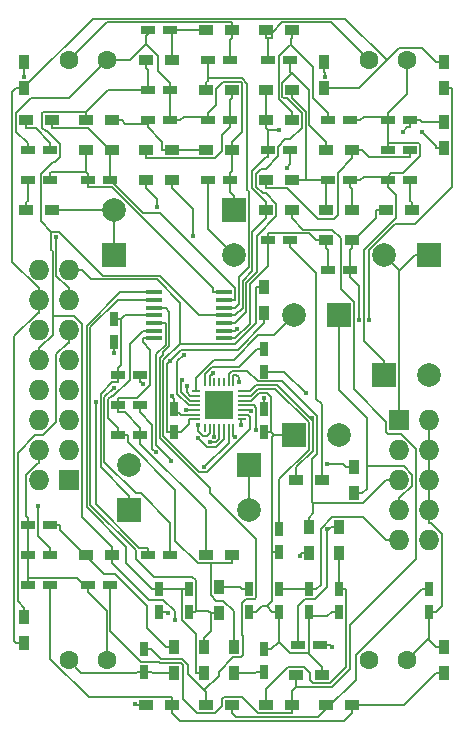
<source format=gbr>
G04 #@! TF.FileFunction,Copper,L1,Top,Signal*
%FSLAX46Y46*%
G04 Gerber Fmt 4.6, Leading zero omitted, Abs format (unit mm)*
G04 Created by KiCad (PCBNEW (after 2015-mar-04 BZR unknown)-product) date Mon 16 Nov 2015 02:47:24 AM EST*
%MOMM*%
G01*
G04 APERTURE LIST*
%ADD10C,0.100000*%
%ADD11R,1.200000X0.750000*%
%ADD12R,0.750000X1.200000*%
%ADD13C,1.998980*%
%ADD14R,1.998980X1.998980*%
%ADD15R,1.727200X1.727200*%
%ADD16O,1.727200X1.727200*%
%ADD17R,1.200000X0.900000*%
%ADD18R,0.900000X1.200000*%
%ADD19C,1.600200*%
%ADD20R,1.450000X0.450000*%
%ADD21R,0.800000X0.200000*%
%ADD22R,0.200000X0.800000*%
%ADD23R,1.200000X1.200000*%
%ADD24C,0.381000*%
%ADD25C,0.152400*%
G04 APERTURE END LIST*
D10*
D11*
X88580000Y-104140000D03*
X86680000Y-104140000D03*
X86680000Y-109220000D03*
X88580000Y-109220000D03*
X86680000Y-111760000D03*
X88580000Y-111760000D03*
X93660000Y-111760000D03*
X91760000Y-111760000D03*
X91760000Y-106680000D03*
X93660000Y-106680000D03*
X76520000Y-116840000D03*
X78420000Y-116840000D03*
X78420000Y-114300000D03*
X76520000Y-114300000D03*
X81600000Y-116840000D03*
X83500000Y-116840000D03*
X101920000Y-111760000D03*
X103820000Y-111760000D03*
X101920000Y-116840000D03*
X103820000Y-116840000D03*
X98740000Y-106680000D03*
X96840000Y-106680000D03*
X108900000Y-114300000D03*
X107000000Y-114300000D03*
X108900000Y-111760000D03*
X107000000Y-111760000D03*
X108900000Y-116840000D03*
X107000000Y-116840000D03*
X96840000Y-114300000D03*
X98740000Y-114300000D03*
X101920000Y-124460000D03*
X103820000Y-124460000D03*
X98740000Y-121920000D03*
X96840000Y-121920000D03*
X91760000Y-116840000D03*
X93660000Y-116840000D03*
X78420000Y-146050000D03*
X76520000Y-146050000D03*
X78420000Y-148590000D03*
X76520000Y-148590000D03*
X78420000Y-151130000D03*
X76520000Y-151130000D03*
X83500000Y-151130000D03*
X81600000Y-151130000D03*
D12*
X86360000Y-156530000D03*
X86360000Y-158430000D03*
D11*
X99380000Y-156210000D03*
X101280000Y-156210000D03*
D12*
X110490000Y-151450000D03*
X110490000Y-153350000D03*
X102870000Y-151450000D03*
X102870000Y-153350000D03*
X100330000Y-151450000D03*
X100330000Y-153350000D03*
X97790000Y-151450000D03*
X97790000Y-153350000D03*
X95250000Y-151450000D03*
X95250000Y-153350000D03*
X96520000Y-158430000D03*
X96520000Y-156530000D03*
X90170000Y-151450000D03*
X90170000Y-153350000D03*
D11*
X86040000Y-138430000D03*
X84140000Y-138430000D03*
D12*
X87630000Y-153350000D03*
X87630000Y-151450000D03*
D11*
X86040000Y-135890000D03*
X84140000Y-135890000D03*
D12*
X97790000Y-146370000D03*
X97790000Y-148270000D03*
X96520000Y-136210000D03*
X96520000Y-138110000D03*
X96520000Y-131130000D03*
X96520000Y-133030000D03*
D11*
X86040000Y-133350000D03*
X84140000Y-133350000D03*
X86680000Y-148590000D03*
X88580000Y-148590000D03*
D12*
X83820000Y-128590000D03*
X83820000Y-130490000D03*
X88900000Y-138110000D03*
X88900000Y-136210000D03*
D13*
X83820000Y-119380000D03*
D14*
X93980000Y-119380000D03*
D13*
X93980000Y-123190000D03*
D14*
X83820000Y-123190000D03*
D13*
X110490000Y-133350000D03*
D14*
X110490000Y-123190000D03*
D13*
X106680000Y-123190000D03*
D14*
X106680000Y-133350000D03*
D13*
X85090000Y-140970000D03*
D14*
X95250000Y-140970000D03*
D13*
X95250000Y-144780000D03*
D14*
X85090000Y-144780000D03*
D13*
X102870000Y-138430000D03*
D14*
X102870000Y-128270000D03*
D13*
X99060000Y-128270000D03*
D14*
X99060000Y-138430000D03*
D15*
X107950000Y-137160000D03*
D16*
X110490000Y-137160000D03*
X107950000Y-139700000D03*
X110490000Y-139700000D03*
X107950000Y-142240000D03*
X110490000Y-142240000D03*
X107950000Y-144780000D03*
X110490000Y-144780000D03*
X107950000Y-147320000D03*
X110490000Y-147320000D03*
D15*
X80010000Y-142240000D03*
D16*
X77470000Y-142240000D03*
X80010000Y-139700000D03*
X77470000Y-139700000D03*
X80010000Y-137160000D03*
X77470000Y-137160000D03*
X80010000Y-134620000D03*
X77470000Y-134620000D03*
X80010000Y-132080000D03*
X77470000Y-132080000D03*
X80010000Y-129540000D03*
X77470000Y-129540000D03*
X80010000Y-127000000D03*
X77470000Y-127000000D03*
X80010000Y-124460000D03*
X77470000Y-124460000D03*
D17*
X86530000Y-106680000D03*
X88730000Y-106680000D03*
X91610000Y-104140000D03*
X93810000Y-104140000D03*
X86530000Y-114300000D03*
X88730000Y-114300000D03*
X91610000Y-109220000D03*
X93810000Y-109220000D03*
X81450000Y-111760000D03*
X83650000Y-111760000D03*
X91610000Y-114300000D03*
X93810000Y-114300000D03*
X78570000Y-111760000D03*
X76370000Y-111760000D03*
X81450000Y-114300000D03*
X83650000Y-114300000D03*
X78570000Y-119380000D03*
X76370000Y-119380000D03*
X96690000Y-111760000D03*
X98890000Y-111760000D03*
X98890000Y-104140000D03*
X96690000Y-104140000D03*
X96690000Y-109220000D03*
X98890000Y-109220000D03*
X101770000Y-119380000D03*
X103970000Y-119380000D03*
X96690000Y-116840000D03*
X98890000Y-116840000D03*
X101770000Y-114300000D03*
X103970000Y-114300000D03*
X106850000Y-119380000D03*
X109050000Y-119380000D03*
X101770000Y-121920000D03*
X103970000Y-121920000D03*
X99230000Y-142240000D03*
X101430000Y-142240000D03*
X83650000Y-148590000D03*
X81450000Y-148590000D03*
D18*
X88900000Y-156380000D03*
X88900000Y-158580000D03*
D17*
X86530000Y-161290000D03*
X88730000Y-161290000D03*
D18*
X111760000Y-158580000D03*
X111760000Y-156380000D03*
X111760000Y-111930000D03*
X111760000Y-114130000D03*
D17*
X86530000Y-116840000D03*
X88730000Y-116840000D03*
X96690000Y-119380000D03*
X98890000Y-119380000D03*
X99230000Y-158750000D03*
X101430000Y-158750000D03*
X101770000Y-161290000D03*
X103970000Y-161290000D03*
X96690000Y-161290000D03*
X98890000Y-161290000D03*
X91610000Y-161290000D03*
X93810000Y-161290000D03*
D18*
X102870000Y-146220000D03*
X102870000Y-148420000D03*
X92710000Y-153500000D03*
X92710000Y-151300000D03*
X93980000Y-156380000D03*
X93980000Y-158580000D03*
X91440000Y-158580000D03*
X91440000Y-156380000D03*
D17*
X91610000Y-148590000D03*
X93810000Y-148590000D03*
D18*
X100330000Y-146220000D03*
X100330000Y-148420000D03*
X104140000Y-143340000D03*
X104140000Y-141140000D03*
X76200000Y-156040000D03*
X76200000Y-153840000D03*
X101600000Y-109050000D03*
X101600000Y-106850000D03*
X76200000Y-109050000D03*
X76200000Y-106850000D03*
X111760000Y-106850000D03*
X111760000Y-109050000D03*
X96520000Y-128100000D03*
X96520000Y-125900000D03*
D19*
X105410000Y-106680000D03*
X108585000Y-106680000D03*
X80010000Y-106680000D03*
X83185000Y-106680000D03*
D20*
X93120000Y-130220000D03*
X93120000Y-129570000D03*
X93120000Y-128920000D03*
X93120000Y-128270000D03*
X93120000Y-127620000D03*
X93120000Y-126970000D03*
X93120000Y-126320000D03*
X87220000Y-126320000D03*
X87220000Y-126970000D03*
X87220000Y-127620000D03*
X87220000Y-128270000D03*
X87220000Y-128920000D03*
X87220000Y-129570000D03*
X87220000Y-130220000D03*
D19*
X80010000Y-157480000D03*
X83185000Y-157480000D03*
X105410000Y-157480000D03*
X108585000Y-157480000D03*
D21*
X90760000Y-134690000D03*
X90760000Y-135090000D03*
X90760000Y-135490000D03*
X90760000Y-135890000D03*
X90760000Y-136290000D03*
X90760000Y-136690000D03*
X90760000Y-137090000D03*
D22*
X91510000Y-137840000D03*
X91910000Y-137840000D03*
X92310000Y-137840000D03*
X92710000Y-137840000D03*
X93110000Y-137840000D03*
X93510000Y-137840000D03*
X93910000Y-137840000D03*
D21*
X94660000Y-137090000D03*
X94660000Y-136690000D03*
X94660000Y-136290000D03*
X94660000Y-135890000D03*
X94660000Y-135490000D03*
X94660000Y-135090000D03*
X94660000Y-134690000D03*
D22*
X93910000Y-133940000D03*
X93510000Y-133940000D03*
X93110000Y-133940000D03*
X92710000Y-133940000D03*
X92310000Y-133940000D03*
X91910000Y-133940000D03*
X91510000Y-133940000D03*
D23*
X93310000Y-136490000D03*
X93310000Y-135290000D03*
X92110000Y-136490000D03*
X92110000Y-135290000D03*
D24*
X98415400Y-115803200D03*
X100029500Y-134859700D03*
X97774500Y-112554600D03*
X108274200Y-112728800D03*
X88940200Y-154068600D03*
X85573300Y-161162200D03*
X94195400Y-129437900D03*
X104530100Y-128692000D03*
X95789200Y-137991200D03*
X87427700Y-119133200D03*
X109865600Y-112738900D03*
X77349000Y-144457700D03*
X88675800Y-140621300D03*
X101881900Y-146406200D03*
X102234900Y-156336000D03*
X90522700Y-121584500D03*
X99525700Y-148665300D03*
X88352300Y-153468400D03*
X101847400Y-140834300D03*
X87323300Y-139815700D03*
X94359600Y-133940000D03*
X96520000Y-135252800D03*
X89947900Y-134293500D03*
X86302900Y-134096100D03*
X82260900Y-135611000D03*
X89922200Y-136302300D03*
X83816100Y-134401800D03*
X88725300Y-135138600D03*
X89574500Y-133714200D03*
X83820000Y-131461800D03*
X88539600Y-132127700D03*
X92192900Y-133191000D03*
X100599400Y-137007000D03*
X91456200Y-141130400D03*
X91935000Y-139010000D03*
X90890100Y-138670300D03*
X92269100Y-138589100D03*
X90891900Y-137538700D03*
X94011800Y-138597200D03*
X94574100Y-137542600D03*
X78917500Y-121647200D03*
X76202000Y-108086000D03*
X101645600Y-108085100D03*
X89705700Y-131628300D03*
X95413600Y-136385300D03*
X105391000Y-128654600D03*
D25*
X88730000Y-106680000D02*
X88730000Y-106001100D01*
X88730000Y-104140000D02*
X88730000Y-106001100D01*
X91610000Y-104140000D02*
X88730000Y-104140000D01*
X88730000Y-104140000D02*
X88580000Y-104140000D01*
X111760000Y-156380000D02*
X111081100Y-156380000D01*
X110490000Y-142240000D02*
X110490000Y-139700000D01*
X110490000Y-139700000D02*
X110490000Y-137160000D01*
X111081100Y-156380000D02*
X110383100Y-155681900D01*
X108585000Y-157480000D02*
X110383100Y-155681900D01*
X110490000Y-155575000D02*
X110383100Y-155681900D01*
X110490000Y-153350000D02*
X110490000Y-155575000D01*
X86680000Y-104140000D02*
X86680000Y-104441900D01*
X88580000Y-109220000D02*
X88580000Y-109823900D01*
X88580000Y-111760000D02*
X88580000Y-109823900D01*
X88580000Y-109220000D02*
X88580000Y-108616100D01*
X86524500Y-104597400D02*
X86524500Y-105297800D01*
X86680000Y-104441900D02*
X86524500Y-104597400D01*
X87509000Y-107545100D02*
X88580000Y-108616100D01*
X87509000Y-106282300D02*
X87509000Y-107545100D01*
X86524500Y-105297800D02*
X87509000Y-106282300D01*
X98740000Y-115478600D02*
X98740000Y-114300000D01*
X98415400Y-115803200D02*
X98740000Y-115478600D01*
X93980000Y-119380000D02*
X93980000Y-118151600D01*
X107000000Y-116840000D02*
X107000000Y-116538000D01*
X103820000Y-116840000D02*
X104648900Y-116840000D01*
X103970000Y-117593900D02*
X103820000Y-117443900D01*
X103970000Y-119380000D02*
X103970000Y-117593900D01*
X103820000Y-116840000D02*
X103820000Y-117443900D01*
X85090000Y-144780000D02*
X85090000Y-143551600D01*
X84140000Y-133350000D02*
X84140000Y-133953900D01*
X84140000Y-133350000D02*
X84140000Y-132746100D01*
X84743900Y-128270000D02*
X84423900Y-128590000D01*
X87220000Y-128270000D02*
X84743900Y-128270000D01*
X83820000Y-128590000D02*
X84423900Y-128590000D01*
X84423900Y-132462200D02*
X84140000Y-132746100D01*
X84423900Y-128590000D02*
X84423900Y-132462200D01*
X94660000Y-135490000D02*
X95288900Y-135490000D01*
X108585000Y-109571100D02*
X107000000Y-111156100D01*
X108585000Y-106680000D02*
X108585000Y-109571100D01*
X107000000Y-111760000D02*
X107000000Y-111458000D01*
X107000000Y-111458000D02*
X107000000Y-111156100D01*
X104950900Y-111458000D02*
X104648900Y-111760000D01*
X107000000Y-111458000D02*
X104950900Y-111458000D01*
X103820000Y-111760000D02*
X104648900Y-111760000D01*
X93810000Y-114300000D02*
X93810000Y-113621100D01*
X94639000Y-112792100D02*
X93810000Y-113621100D01*
X94639000Y-108614200D02*
X94639000Y-112792100D01*
X94565800Y-108541000D02*
X94639000Y-108614200D01*
X93050800Y-108541000D02*
X94565800Y-108541000D01*
X92439000Y-109152800D02*
X93050800Y-108541000D01*
X92439000Y-110477100D02*
X92439000Y-109152800D01*
X91760000Y-111156100D02*
X92439000Y-110477100D01*
X100330000Y-153350000D02*
X100330000Y-153764400D01*
X101851700Y-153764400D02*
X102266100Y-153350000D01*
X100330000Y-153764400D02*
X101851700Y-153764400D01*
X102870000Y-153350000D02*
X102266100Y-153350000D01*
X104950900Y-116538000D02*
X107000000Y-116538000D01*
X104648900Y-116840000D02*
X104950900Y-116538000D01*
X109605200Y-113696100D02*
X107000000Y-113696100D01*
X109754400Y-113845300D02*
X109605200Y-113696100D01*
X109754400Y-114775200D02*
X109754400Y-113845300D01*
X108293600Y-116236000D02*
X109754400Y-114775200D01*
X107302000Y-116236000D02*
X108293600Y-116236000D01*
X107000000Y-116538000D02*
X107302000Y-116236000D01*
X107000000Y-114300000D02*
X107000000Y-113696100D01*
X107000000Y-111760000D02*
X107000000Y-113696100D01*
X83185000Y-153318900D02*
X81600000Y-151733900D01*
X83185000Y-157480000D02*
X83185000Y-153318900D01*
X76520000Y-114300000D02*
X76520000Y-113696100D01*
X85142300Y-106680000D02*
X86524500Y-105297800D01*
X83185000Y-106680000D02*
X85142300Y-106680000D01*
X75541000Y-112717100D02*
X76520000Y-113696100D01*
X75541000Y-111157800D02*
X75541000Y-112717100D01*
X76819800Y-109879000D02*
X75541000Y-111157800D01*
X79986000Y-109879000D02*
X76819800Y-109879000D01*
X83185000Y-106680000D02*
X79986000Y-109879000D01*
X91760000Y-111760000D02*
X91760000Y-111458000D01*
X91760000Y-111458000D02*
X91760000Y-111156100D01*
X89710900Y-111458000D02*
X89408900Y-111760000D01*
X91760000Y-111458000D02*
X89710900Y-111458000D01*
X88580000Y-111760000D02*
X89408900Y-111760000D01*
X93660000Y-117831600D02*
X93980000Y-118151600D01*
X93660000Y-116840000D02*
X93660000Y-117831600D01*
X93810000Y-116086100D02*
X93810000Y-114300000D01*
X93660000Y-116236100D02*
X93810000Y-116086100D01*
X93660000Y-116840000D02*
X93660000Y-116236100D01*
X110490000Y-153350000D02*
X111093900Y-153350000D01*
X110490000Y-142240000D02*
X110490000Y-144780000D01*
X111583500Y-152860400D02*
X111093900Y-153350000D01*
X111583500Y-146829400D02*
X111583500Y-152860400D01*
X110626600Y-145872500D02*
X111583500Y-146829400D01*
X110490000Y-145872500D02*
X110626600Y-145872500D01*
X110490000Y-144780000D02*
X110490000Y-145872500D01*
X81600000Y-151130000D02*
X81600000Y-151431900D01*
X81600000Y-151431900D02*
X81600000Y-151733900D01*
X76520000Y-148590000D02*
X76520000Y-148891900D01*
X80693100Y-150525000D02*
X76520000Y-150525000D01*
X81600000Y-151431900D02*
X80693100Y-150525000D01*
X76520000Y-148891900D02*
X76520000Y-150525000D01*
X76520000Y-150525000D02*
X76520000Y-151130000D01*
X77470000Y-139700000D02*
X77470000Y-140792500D01*
X76520000Y-148590000D02*
X76520000Y-146050000D01*
X77356800Y-140792500D02*
X77470000Y-140792500D01*
X76377400Y-141771900D02*
X77356800Y-140792500D01*
X76377400Y-145303500D02*
X76377400Y-141771900D01*
X76520000Y-145446100D02*
X76377400Y-145303500D01*
X76520000Y-146050000D02*
X76520000Y-145446100D01*
X96520000Y-138110000D02*
X97123900Y-138110000D01*
X99060000Y-138430000D02*
X97831600Y-138430000D01*
X97123900Y-135184200D02*
X97123900Y-138110000D01*
X96771000Y-134831300D02*
X97123900Y-135184200D01*
X96072800Y-134831300D02*
X96771000Y-134831300D01*
X95414100Y-135490000D02*
X96072800Y-134831300D01*
X95288900Y-135490000D02*
X95414100Y-135490000D01*
X97790000Y-148270000D02*
X97186100Y-148270000D01*
X97123900Y-138110000D02*
X97380700Y-138366700D01*
X97768300Y-138366700D02*
X97380700Y-138366700D01*
X97831600Y-138430000D02*
X97768300Y-138366700D01*
X96520000Y-156530000D02*
X97123900Y-156530000D01*
X98199800Y-133030000D02*
X96520000Y-133030000D01*
X100029500Y-134859700D02*
X98199800Y-133030000D01*
X106680000Y-133350000D02*
X106680000Y-132121600D01*
X107000000Y-116840000D02*
X107000000Y-117443900D01*
X82690100Y-141151700D02*
X85090000Y-143551600D01*
X82690100Y-134899100D02*
X82690100Y-141151700D01*
X83635300Y-133953900D02*
X82690100Y-134899100D01*
X84140000Y-133953900D02*
X83635300Y-133953900D01*
X104971600Y-130413200D02*
X106680000Y-132121600D01*
X104971600Y-122727800D02*
X104971600Y-130413200D01*
X107679000Y-120020400D02*
X104971600Y-122727800D01*
X107679000Y-118122900D02*
X107679000Y-120020400D01*
X107000000Y-117443900D02*
X107679000Y-118122900D01*
X97186100Y-138561300D02*
X97186100Y-148270000D01*
X97380700Y-138366700D02*
X97186100Y-138561300D01*
X95250000Y-153350000D02*
X95853900Y-153350000D01*
X97790000Y-153350000D02*
X97186100Y-153350000D01*
X97186100Y-152431400D02*
X96726800Y-152890700D01*
X97186100Y-148270000D02*
X97186100Y-152431400D01*
X96313200Y-152890700D02*
X96726800Y-152890700D01*
X95853900Y-153350000D02*
X96313200Y-152890700D01*
X96726800Y-152890700D02*
X97186100Y-153350000D01*
X101430000Y-158750000D02*
X101430000Y-158071100D01*
X97123900Y-156530000D02*
X97748400Y-155905500D01*
X97790000Y-155863900D02*
X97790000Y-153350000D01*
X97748400Y-155905500D02*
X97790000Y-155863900D01*
X98676300Y-156833500D02*
X100330000Y-156833500D01*
X97748400Y-155905500D02*
X98676300Y-156833500D01*
X100330000Y-156971100D02*
X100330000Y-156833500D01*
X101430000Y-158071100D02*
X100330000Y-156971100D01*
X100330000Y-156833500D02*
X100330000Y-153764400D01*
X96690000Y-111760000D02*
X96690000Y-112438900D01*
X107950000Y-147320000D02*
X106857500Y-147320000D01*
X108900000Y-111760000D02*
X109728900Y-111760000D01*
X96690000Y-111760000D02*
X96690000Y-109220000D01*
X81450000Y-111760000D02*
X81450000Y-111081100D01*
X83311100Y-109220000D02*
X81450000Y-111081100D01*
X86680000Y-109220000D02*
X83311100Y-109220000D01*
X86680000Y-109220000D02*
X86680000Y-108616100D01*
X86680000Y-107508900D02*
X86530000Y-107358900D01*
X86680000Y-108616100D02*
X86680000Y-107508900D01*
X86530000Y-106680000D02*
X86530000Y-107358900D01*
X96840000Y-114300000D02*
X96840000Y-114903900D01*
X96690000Y-119380000D02*
X96690000Y-120058900D01*
X96690000Y-119380000D02*
X96690000Y-118701100D01*
X109898900Y-111930000D02*
X109728900Y-111760000D01*
X111760000Y-111930000D02*
X109898900Y-111930000D01*
X101294800Y-151089100D02*
X100933900Y-151450000D01*
X101294800Y-146334600D02*
X101294800Y-151089100D01*
X102247100Y-145382300D02*
X101294800Y-146334600D01*
X104919800Y-145382300D02*
X102247100Y-145382300D01*
X106857500Y-147320000D02*
X104919800Y-145382300D01*
X108639100Y-112363900D02*
X108900000Y-112363900D01*
X108274200Y-112728800D02*
X108639100Y-112363900D01*
X108900000Y-111760000D02*
X108900000Y-112363900D01*
X96805700Y-112554600D02*
X96840000Y-112554600D01*
X96690000Y-112438900D02*
X96805700Y-112554600D01*
X96840000Y-112554600D02*
X96840000Y-114300000D01*
X96840000Y-112554600D02*
X97774500Y-112554600D01*
X93120000Y-128270000D02*
X94073900Y-128270000D01*
X95512800Y-117523900D02*
X96690000Y-118701100D01*
X95512800Y-116091800D02*
X95512800Y-117523900D01*
X96700700Y-114903900D02*
X95512800Y-116091800D01*
X96840000Y-114903900D02*
X96700700Y-114903900D01*
X94696800Y-127647100D02*
X94073900Y-128270000D01*
X94696800Y-125374500D02*
X94696800Y-127647100D01*
X95514200Y-124557100D02*
X94696800Y-125374500D01*
X95514200Y-121234700D02*
X95514200Y-124557100D01*
X96690000Y-120058900D02*
X95514200Y-121234700D01*
X100474800Y-151450000D02*
X100933900Y-151450000D01*
X100474800Y-151450000D02*
X100330000Y-151450000D01*
X100330000Y-151450000D02*
X97790000Y-151450000D01*
X88940100Y-154068600D02*
X88940200Y-154068600D01*
X88940100Y-153347800D02*
X88940100Y-154068600D01*
X87992300Y-152400000D02*
X88940100Y-153347800D01*
X86781100Y-152400000D02*
X87992300Y-152400000D01*
X83650000Y-149268900D02*
X86781100Y-152400000D01*
X79149200Y-121211700D02*
X78498200Y-121211700D01*
X82850200Y-124912700D02*
X79149200Y-121211700D01*
X87669500Y-124912700D02*
X82850200Y-124912700D01*
X91026800Y-128270000D02*
X87669500Y-124912700D01*
X93120000Y-128270000D02*
X91026800Y-128270000D01*
X77819600Y-111081100D02*
X81450000Y-111081100D01*
X77741000Y-111159700D02*
X77819600Y-111081100D01*
X77741000Y-112377800D02*
X77741000Y-111159700D01*
X78014900Y-112651700D02*
X77741000Y-112377800D01*
X78122400Y-112651700D02*
X78014900Y-112651700D01*
X79272900Y-113802200D02*
X78122400Y-112651700D01*
X79272900Y-114828500D02*
X79272900Y-113802200D01*
X78803000Y-115298400D02*
X79272900Y-114828500D01*
X78603200Y-115298400D02*
X78803000Y-115298400D01*
X77591000Y-116310600D02*
X78603200Y-115298400D01*
X77591000Y-120304500D02*
X77591000Y-116310600D01*
X78498200Y-121211700D02*
X77591000Y-120304500D01*
X77470000Y-132080000D02*
X77470000Y-130987500D01*
X83650000Y-148590000D02*
X83650000Y-149268900D01*
X83650000Y-148590000D02*
X83650000Y-147911100D01*
X81102600Y-145363700D02*
X83650000Y-147911100D01*
X81102600Y-129048200D02*
X81102600Y-145363700D01*
X80421700Y-128367300D02*
X81102600Y-129048200D01*
X78612300Y-128367300D02*
X80421700Y-128367300D01*
X78612300Y-122843500D02*
X78612300Y-128367300D01*
X78470100Y-122701300D02*
X78612300Y-122843500D01*
X78470100Y-121239800D02*
X78470100Y-122701300D01*
X78498200Y-121211700D02*
X78470100Y-121239800D01*
X77583200Y-130987500D02*
X77470000Y-130987500D01*
X78612300Y-129958400D02*
X77583200Y-130987500D01*
X78612300Y-128367300D02*
X78612300Y-129958400D01*
X86530000Y-161290000D02*
X85701100Y-161290000D01*
X85573300Y-161162200D02*
X85701100Y-161290000D01*
X88730000Y-114300000D02*
X87901100Y-114300000D01*
X87901100Y-113585000D02*
X87901100Y-114300000D01*
X86680000Y-112363900D02*
X87901100Y-113585000D01*
X86680000Y-111760000D02*
X86680000Y-112061900D01*
X86680000Y-112061900D02*
X86680000Y-112363900D01*
X84780800Y-112061900D02*
X84478900Y-111760000D01*
X86680000Y-112061900D02*
X84780800Y-112061900D01*
X83650000Y-111760000D02*
X84478900Y-111760000D01*
X91610000Y-114300000D02*
X88730000Y-114300000D01*
X93810000Y-109220000D02*
X93810000Y-109898900D01*
X86530000Y-114300000D02*
X86530000Y-114978900D01*
X93660000Y-110048900D02*
X93660000Y-111760000D01*
X93810000Y-109898900D02*
X93660000Y-110048900D01*
X92327400Y-114978900D02*
X86530000Y-114978900D01*
X92981000Y-114325300D02*
X92327400Y-114978900D01*
X92981000Y-113042900D02*
X92981000Y-114325300D01*
X93660000Y-112363900D02*
X92981000Y-113042900D01*
X93660000Y-111760000D02*
X93660000Y-112363900D01*
X91610000Y-109220000D02*
X91610000Y-108541100D01*
X93120000Y-127620000D02*
X94073900Y-127620000D01*
X91760000Y-108391100D02*
X91760000Y-108212000D01*
X91610000Y-108541100D02*
X91760000Y-108391100D01*
X91760000Y-108212000D02*
X91760000Y-106680000D01*
X94391700Y-127302200D02*
X94073900Y-127620000D01*
X94391700Y-125034500D02*
X94391700Y-127302200D01*
X95209000Y-124217200D02*
X94391700Y-125034500D01*
X95209000Y-117773000D02*
X95209000Y-124217200D01*
X95110200Y-117674200D02*
X95209000Y-117773000D01*
X95110200Y-108653700D02*
X95110200Y-117674200D01*
X94668500Y-108212000D02*
X95110200Y-108653700D01*
X91760000Y-108212000D02*
X94668500Y-108212000D01*
X93660000Y-104968900D02*
X93660000Y-106680000D01*
X93810000Y-104818900D02*
X93660000Y-104968900D01*
X93810000Y-104140000D02*
X93810000Y-104818900D01*
X83228900Y-103461100D02*
X93810000Y-103461100D01*
X80010000Y-106680000D02*
X83228900Y-103461100D01*
X93810000Y-104140000D02*
X93810000Y-103461100D01*
X76520000Y-118551100D02*
X76520000Y-116840000D01*
X76370000Y-118701100D02*
X76520000Y-118551100D01*
X76370000Y-119380000D02*
X76370000Y-118701100D01*
X81450000Y-114300000D02*
X81450000Y-114978900D01*
X78420000Y-116840000D02*
X78420000Y-116236100D01*
X81450000Y-116145400D02*
X81450000Y-114978900D01*
X81540700Y-116236100D02*
X81450000Y-116145400D01*
X81600000Y-116236100D02*
X81540700Y-116236100D01*
X78510700Y-116145400D02*
X78420000Y-116236100D01*
X81450000Y-116145400D02*
X78510700Y-116145400D01*
X81600000Y-116840000D02*
X81600000Y-116236100D01*
X93120000Y-126320000D02*
X92166100Y-126320000D01*
X81600000Y-116840000D02*
X81600000Y-117443900D01*
X83630400Y-117443900D02*
X81600000Y-117443900D01*
X92166100Y-125979600D02*
X83630400Y-117443900D01*
X92166100Y-126320000D02*
X92166100Y-125979600D01*
X77162800Y-112438900D02*
X78420000Y-113696100D01*
X76370000Y-112438900D02*
X77162800Y-112438900D01*
X76370000Y-111760000D02*
X76370000Y-112438900D01*
X78420000Y-114300000D02*
X78420000Y-113696100D01*
X78570000Y-111760000D02*
X78570000Y-112438900D01*
X83500000Y-116840000D02*
X83500000Y-116236100D01*
X83500000Y-114300000D02*
X83500000Y-116236100D01*
X83650000Y-114300000D02*
X83500000Y-114300000D01*
X81638900Y-112438900D02*
X78570000Y-112438900D01*
X83500000Y-114300000D02*
X81638900Y-112438900D01*
X86248300Y-119588300D02*
X83500000Y-116840000D01*
X87706900Y-119588300D02*
X86248300Y-119588300D01*
X94073900Y-125955300D02*
X87706900Y-119588300D01*
X94073900Y-126970000D02*
X94073900Y-125955300D01*
X93120000Y-126970000D02*
X94073900Y-126970000D01*
X98890000Y-104140000D02*
X98890000Y-104818900D01*
X98890000Y-111760000D02*
X98890000Y-111081100D01*
X101920000Y-111760000D02*
X101920000Y-111156100D01*
X98790300Y-104918600D02*
X98790300Y-105386000D01*
X98890000Y-104818900D02*
X98790300Y-104918600D01*
X98673400Y-105386000D02*
X98790300Y-105386000D01*
X97755800Y-106303600D02*
X98673400Y-105386000D01*
X97755800Y-109946900D02*
X97755800Y-106303600D01*
X98890000Y-111081100D02*
X97755800Y-109946900D01*
X100634400Y-109870500D02*
X101920000Y-111156100D01*
X100634400Y-107230100D02*
X100634400Y-109870500D01*
X98790300Y-105386000D02*
X100634400Y-107230100D01*
X98890000Y-109220000D02*
X98890000Y-109898900D01*
X100024100Y-111033000D02*
X98890000Y-109898900D01*
X100024100Y-116840000D02*
X100024100Y-111033000D01*
X98890000Y-116840000D02*
X100024100Y-116840000D01*
X101770000Y-119380000D02*
X101770000Y-118701100D01*
X101770000Y-116840000D02*
X101770000Y-118701100D01*
X100024100Y-116840000D02*
X101770000Y-116840000D01*
X101770000Y-116840000D02*
X101920000Y-116840000D01*
X98740000Y-106680000D02*
X98740000Y-107283900D01*
X101770000Y-114300000D02*
X101770000Y-113621100D01*
X93120000Y-128920000D02*
X94073900Y-128920000D01*
X100329200Y-109236100D02*
X98885800Y-107792700D01*
X100329200Y-112180300D02*
X100329200Y-109236100D01*
X101770000Y-113621100D02*
X100329200Y-112180300D01*
X98740000Y-107646900D02*
X98740000Y-107283900D01*
X98885800Y-107792700D02*
X98740000Y-107646900D01*
X95001900Y-127992000D02*
X94073900Y-128920000D01*
X95001900Y-125501000D02*
X95001900Y-127992000D01*
X95874100Y-124628800D02*
X95001900Y-125501000D01*
X95874100Y-121578300D02*
X95874100Y-124628800D01*
X97554800Y-119897600D02*
X95874100Y-121578300D01*
X97554800Y-118815400D02*
X97554800Y-119897600D01*
X96696900Y-117957500D02*
X97554800Y-118815400D01*
X96409200Y-117957500D02*
X96696900Y-117957500D01*
X95835500Y-117383800D02*
X96409200Y-117957500D01*
X95835500Y-116303600D02*
X95835500Y-117383800D01*
X96292400Y-115846700D02*
X95835500Y-116303600D01*
X96636700Y-115846700D02*
X96292400Y-115846700D01*
X97669000Y-114814400D02*
X96636700Y-115846700D01*
X97669000Y-114028600D02*
X97669000Y-114814400D01*
X98315900Y-113381700D02*
X97669000Y-114028600D01*
X98712400Y-113381700D02*
X98315900Y-113381700D01*
X99718900Y-112375200D02*
X98712400Y-113381700D01*
X99718900Y-111170300D02*
X99718900Y-112375200D01*
X98447500Y-109898900D02*
X99718900Y-111170300D01*
X98195200Y-109898900D02*
X98447500Y-109898900D01*
X98061000Y-109764700D02*
X98195200Y-109898900D01*
X98061000Y-108617500D02*
X98061000Y-109764700D01*
X98885800Y-107792700D02*
X98061000Y-108617500D01*
X96840000Y-106680000D02*
X96840000Y-106076100D01*
X96690000Y-104140000D02*
X96690000Y-104818900D01*
X96840000Y-104818900D02*
X96840000Y-106076100D01*
X96690000Y-104818900D02*
X96840000Y-104818900D01*
X102191000Y-103461000D02*
X105410000Y-106680000D01*
X98061000Y-103461000D02*
X102191000Y-103461000D01*
X97145300Y-104376700D02*
X98061000Y-103461000D01*
X97145300Y-104774400D02*
X97145300Y-104376700D01*
X97100800Y-104818900D02*
X97145300Y-104774400D01*
X96840000Y-104818900D02*
X97100800Y-104818900D01*
X105402800Y-114903900D02*
X108900000Y-114903900D01*
X104798900Y-114300000D02*
X105402800Y-114903900D01*
X103970000Y-114300000D02*
X104798900Y-114300000D01*
X108900000Y-114300000D02*
X108900000Y-114903900D01*
X102749000Y-116199900D02*
X103970000Y-114978900D01*
X102749000Y-119820700D02*
X102749000Y-116199900D01*
X102447800Y-120121900D02*
X102749000Y-119820700D01*
X101070700Y-120121900D02*
X102447800Y-120121900D01*
X98467700Y-117518900D02*
X101070700Y-120121900D01*
X96690000Y-117518900D02*
X98467700Y-117518900D01*
X96690000Y-116840000D02*
X96690000Y-117518900D01*
X103970000Y-114300000D02*
X103970000Y-114978900D01*
X108900000Y-118551100D02*
X108900000Y-116840000D01*
X109050000Y-118701100D02*
X108900000Y-118551100D01*
X109050000Y-119380000D02*
X109050000Y-118701100D01*
X101920000Y-122748900D02*
X101920000Y-124460000D01*
X101770000Y-122598900D02*
X101920000Y-122748900D01*
X101770000Y-122259400D02*
X101770000Y-122598900D01*
X101770000Y-122259400D02*
X101770000Y-121920000D01*
X93120000Y-130220000D02*
X94073900Y-130220000D01*
X101770000Y-121920000D02*
X100941100Y-121920000D01*
X96840000Y-124094600D02*
X96840000Y-121920000D01*
X95313500Y-125621100D02*
X96840000Y-124094600D01*
X95313500Y-128980400D02*
X95313500Y-125621100D01*
X94073900Y-130220000D02*
X95313500Y-128980400D01*
X100337200Y-121316100D02*
X100941100Y-121920000D01*
X96840000Y-121316100D02*
X100337200Y-121316100D01*
X96840000Y-121920000D02*
X96840000Y-121316100D01*
X103820000Y-122748900D02*
X103970000Y-122598900D01*
X103820000Y-124460000D02*
X103820000Y-122748900D01*
X103820000Y-124460000D02*
X103820000Y-125063900D01*
X103970000Y-121920000D02*
X103970000Y-122089700D01*
X103970000Y-122089700D02*
X103970000Y-122598900D01*
X106021100Y-120038600D02*
X106021100Y-119380000D01*
X103970000Y-122089700D02*
X106021100Y-120038600D01*
X106850000Y-119380000D02*
X106021100Y-119380000D01*
X93120000Y-129570000D02*
X94073900Y-129570000D01*
X94073900Y-129559400D02*
X94073900Y-129570000D01*
X94195400Y-129437900D02*
X94073900Y-129559400D01*
X104530100Y-125774000D02*
X104530100Y-128692000D01*
X103820000Y-125063900D02*
X104530100Y-125774000D01*
X101430000Y-142240000D02*
X101430000Y-141561100D01*
X98740000Y-121920000D02*
X98740000Y-122523900D01*
X100941000Y-124724900D02*
X98740000Y-122523900D01*
X100941000Y-135331300D02*
X100941000Y-124724900D01*
X101428000Y-135818300D02*
X100941000Y-135331300D01*
X101428000Y-141559100D02*
X101428000Y-135818300D01*
X101430000Y-141561100D02*
X101428000Y-141559100D01*
X91760000Y-120970000D02*
X91760000Y-117443900D01*
X93980000Y-123190000D02*
X91760000Y-120970000D01*
X91760000Y-116840000D02*
X91760000Y-117443900D01*
X95848500Y-137931900D02*
X95789200Y-137991200D01*
X95848500Y-136105800D02*
X95848500Y-137931900D01*
X95632700Y-135890000D02*
X95848500Y-136105800D01*
X94660000Y-135890000D02*
X95632700Y-135890000D01*
X81450000Y-148590000D02*
X81450000Y-148638600D01*
X79248900Y-146437500D02*
X79248900Y-146050000D01*
X81450000Y-148638600D02*
X79248900Y-146437500D01*
X78420000Y-146050000D02*
X79248900Y-146050000D01*
X88900000Y-156380000D02*
X88221100Y-156380000D01*
X82985000Y-150173600D02*
X81450000Y-148638600D01*
X83878600Y-150173600D02*
X82985000Y-150173600D01*
X86625200Y-152920200D02*
X83878600Y-150173600D01*
X86625200Y-154784100D02*
X86625200Y-152920200D01*
X88221100Y-156380000D02*
X86625200Y-154784100D01*
X87427700Y-118416600D02*
X87427700Y-119133200D01*
X86530000Y-117518900D02*
X87427700Y-118416600D01*
X86530000Y-116840000D02*
X86530000Y-117518900D01*
X111081100Y-113954400D02*
X111081100Y-114130000D01*
X109865600Y-112738900D02*
X111081100Y-113954400D01*
X111760000Y-114130000D02*
X111081100Y-114130000D01*
X78420000Y-148590000D02*
X78420000Y-147986100D01*
X77349000Y-146915100D02*
X78420000Y-147986100D01*
X77349000Y-144457700D02*
X77349000Y-146915100D01*
X111760000Y-158580000D02*
X111081100Y-158580000D01*
X78420000Y-157350900D02*
X78420000Y-151130000D01*
X81680200Y-160611100D02*
X78420000Y-157350900D01*
X88730000Y-160611100D02*
X81680200Y-160611100D01*
X88730000Y-161290000D02*
X88730000Y-160611100D01*
X88730000Y-161290000D02*
X88730000Y-161968900D01*
X108371100Y-161290000D02*
X103970000Y-161290000D01*
X111081100Y-158580000D02*
X108371100Y-161290000D01*
X89421300Y-162660200D02*
X88730000Y-161968900D01*
X103278700Y-162660200D02*
X89421300Y-162660200D01*
X103970000Y-161968900D02*
X103278700Y-162660200D01*
X103970000Y-161290000D02*
X103970000Y-161968900D01*
X99230000Y-158750000D02*
X99230000Y-159428900D01*
X98890000Y-119380000D02*
X98890000Y-120058900D01*
X99230000Y-159428900D02*
X99230000Y-159750900D01*
X99842000Y-121010900D02*
X98890000Y-120058900D01*
X102298600Y-121010900D02*
X99842000Y-121010900D01*
X102991000Y-121703300D02*
X102298600Y-121010900D01*
X102991000Y-126052700D02*
X102991000Y-121703300D01*
X104098500Y-127160200D02*
X102991000Y-126052700D01*
X104098500Y-134536800D02*
X104098500Y-127160200D01*
X106857400Y-137295700D02*
X104098500Y-134536800D01*
X106857400Y-138174600D02*
X106857400Y-137295700D01*
X107004800Y-138322000D02*
X106857400Y-138174600D01*
X108142700Y-138322000D02*
X107004800Y-138322000D01*
X109397400Y-139576700D02*
X108142700Y-138322000D01*
X109397400Y-148912500D02*
X109397400Y-139576700D01*
X103779100Y-154530800D02*
X109397400Y-148912500D01*
X103779100Y-158213500D02*
X103779100Y-154530800D01*
X102241700Y-159750900D02*
X103779100Y-158213500D01*
X99230000Y-159750900D02*
X102241700Y-159750900D01*
X98890000Y-160090900D02*
X99230000Y-159750900D01*
X98890000Y-161290000D02*
X98890000Y-160090900D01*
X83500000Y-154971000D02*
X83500000Y-151130000D01*
X86130000Y-157601000D02*
X83500000Y-154971000D01*
X87603200Y-157601000D02*
X86130000Y-157601000D01*
X87729500Y-157727300D02*
X87603200Y-157601000D01*
X89484200Y-157727300D02*
X87729500Y-157727300D01*
X89640000Y-157883100D02*
X89484200Y-157727300D01*
X89640000Y-160752700D02*
X89640000Y-157883100D01*
X90856300Y-161969000D02*
X89640000Y-160752700D01*
X92369200Y-161969000D02*
X90856300Y-161969000D01*
X92981000Y-161357200D02*
X92369200Y-161969000D01*
X92981000Y-160745300D02*
X92981000Y-161357200D01*
X93115300Y-160611000D02*
X92981000Y-160745300D01*
X94637300Y-160611000D02*
X93115300Y-160611000D01*
X95995200Y-161968900D02*
X94637300Y-160611000D01*
X98890000Y-161968900D02*
X95995200Y-161968900D01*
X98890000Y-161290000D02*
X98890000Y-161968900D01*
X91610000Y-161290000D02*
X91610000Y-160611100D01*
X86360000Y-156530000D02*
X86963900Y-156530000D01*
X87220000Y-127620000D02*
X88173900Y-127620000D01*
X91610000Y-160168600D02*
X91448400Y-160006900D01*
X91610000Y-160611100D02*
X91610000Y-160168600D01*
X92675800Y-158779500D02*
X91448400Y-160006900D01*
X92675800Y-158456300D02*
X92675800Y-158779500D01*
X93923100Y-157209000D02*
X92675800Y-158456300D01*
X94545300Y-157209000D02*
X93923100Y-157209000D01*
X94726200Y-157028100D02*
X94545300Y-157209000D01*
X94726200Y-155460000D02*
X94726200Y-157028100D01*
X94646000Y-155379800D02*
X94726200Y-155460000D01*
X94646000Y-152648900D02*
X94646000Y-155379800D01*
X95015900Y-152279000D02*
X94646000Y-152648900D01*
X95722100Y-152279000D02*
X95015900Y-152279000D01*
X95854000Y-152147100D02*
X95722100Y-152279000D01*
X95854000Y-147223500D02*
X95854000Y-152147100D01*
X91915200Y-143284700D02*
X95854000Y-147223500D01*
X91915200Y-142918500D02*
X91915200Y-143284700D01*
X87675800Y-138679100D02*
X91915200Y-142918500D01*
X87675800Y-131927200D02*
X87675800Y-138679100D01*
X87980900Y-131622100D02*
X87675800Y-131927200D01*
X87980900Y-131416100D02*
X87980900Y-131622100D01*
X88506300Y-130890700D02*
X87980900Y-131416100D01*
X88506300Y-127952400D02*
X88506300Y-130890700D01*
X88173900Y-127620000D02*
X88506300Y-127952400D01*
X87804900Y-157371000D02*
X86963900Y-156530000D01*
X89559500Y-157371000D02*
X87804900Y-157371000D01*
X90052900Y-157864400D02*
X89559500Y-157371000D01*
X90052900Y-158611500D02*
X90052900Y-157864400D01*
X91448400Y-160006900D02*
X90052900Y-158611500D01*
X87113900Y-158580000D02*
X86963900Y-158430000D01*
X88900000Y-158580000D02*
X87113900Y-158580000D01*
X86521300Y-158430000D02*
X86963900Y-158430000D01*
X86521300Y-158430000D02*
X86360000Y-158430000D01*
X85666000Y-158520100D02*
X85756100Y-158430000D01*
X81050100Y-158520100D02*
X85666000Y-158520100D01*
X80010000Y-157480000D02*
X81050100Y-158520100D01*
X86360000Y-158430000D02*
X85756100Y-158430000D01*
X102870000Y-146220000D02*
X102191100Y-146220000D01*
X102004900Y-146406200D02*
X101881900Y-146406200D01*
X102191100Y-146220000D02*
X102004900Y-146406200D01*
X99380000Y-152905200D02*
X99380000Y-156210000D01*
X100006200Y-152279000D02*
X99380000Y-152905200D01*
X100847000Y-152279000D02*
X100006200Y-152279000D01*
X101881900Y-151244100D02*
X100847000Y-152279000D01*
X101881900Y-146406200D02*
X101881900Y-151244100D01*
X87220000Y-128920000D02*
X88173900Y-128920000D01*
X88675800Y-140542300D02*
X88675800Y-140621300D01*
X87370700Y-139237200D02*
X88675800Y-140542300D01*
X87370700Y-131568700D02*
X87370700Y-139237200D01*
X88173900Y-130765500D02*
X87370700Y-131568700D01*
X88173900Y-128920000D02*
X88173900Y-130765500D01*
X101280000Y-156210000D02*
X102108900Y-156210000D01*
X90522700Y-119311600D02*
X88730000Y-117518900D01*
X90522700Y-121584500D02*
X90522700Y-119311600D01*
X88730000Y-116840000D02*
X88730000Y-117518900D01*
X102234900Y-156336000D02*
X102108900Y-156210000D01*
X101770000Y-161290000D02*
X101770000Y-161629400D01*
X110490000Y-151450000D02*
X109886100Y-151450000D01*
X93810000Y-161290000D02*
X93810000Y-161968900D01*
X104277000Y-157059100D02*
X109886100Y-151450000D01*
X104277000Y-159122400D02*
X104277000Y-157059100D01*
X101770000Y-161629400D02*
X104277000Y-159122400D01*
X94128800Y-162287700D02*
X93810000Y-161968900D01*
X101111700Y-162287700D02*
X94128800Y-162287700D01*
X101770000Y-161629400D02*
X101111700Y-162287700D01*
X102870000Y-148420000D02*
X102870000Y-151450000D01*
X96690000Y-159905000D02*
X96690000Y-161290000D01*
X98563800Y-158031200D02*
X96690000Y-159905000D01*
X99898500Y-158031200D02*
X98563800Y-158031200D01*
X100394000Y-158526700D02*
X99898500Y-158031200D01*
X100394000Y-159146700D02*
X100394000Y-158526700D01*
X100676300Y-159429000D02*
X100394000Y-159146700D01*
X102125400Y-159429000D02*
X100676300Y-159429000D01*
X103473900Y-158080500D02*
X102125400Y-159429000D01*
X103473900Y-151450000D02*
X103473900Y-158080500D01*
X102870000Y-151450000D02*
X103473900Y-151450000D01*
X94496100Y-151300000D02*
X94646100Y-151450000D01*
X92710000Y-151300000D02*
X94496100Y-151300000D01*
X95250000Y-151450000D02*
X94646100Y-151450000D01*
X95766100Y-158580000D02*
X95916100Y-158430000D01*
X93980000Y-158580000D02*
X95766100Y-158580000D01*
X96520000Y-158430000D02*
X95916100Y-158430000D01*
X84355900Y-126320000D02*
X87220000Y-126320000D01*
X81507000Y-129168900D02*
X84355900Y-126320000D01*
X81507000Y-144532700D02*
X81507000Y-129168900D01*
X84838800Y-147864500D02*
X81507000Y-144532700D01*
X84838800Y-149262700D02*
X84838800Y-147864500D01*
X87026100Y-151450000D02*
X84838800Y-149262700D01*
X87444000Y-151450000D02*
X87026100Y-151450000D01*
X87444000Y-151450000D02*
X87630000Y-151450000D01*
X89566100Y-154101100D02*
X89566100Y-151450000D01*
X90761100Y-155296100D02*
X89566100Y-154101100D01*
X90761100Y-158580000D02*
X90761100Y-155296100D01*
X91440000Y-158580000D02*
X90761100Y-158580000D01*
X90170000Y-151450000D02*
X89566100Y-151450000D01*
X87630000Y-151450000D02*
X89566100Y-151450000D01*
X90170000Y-153350000D02*
X90697600Y-153350000D01*
X92710000Y-153500000D02*
X92031100Y-153500000D01*
X91804800Y-153273700D02*
X92031100Y-153500000D01*
X90773900Y-153273700D02*
X91804800Y-153273700D01*
X90773900Y-153273700D02*
X90697600Y-153350000D01*
X92031100Y-154960000D02*
X92031100Y-153500000D01*
X91440000Y-155551100D02*
X92031100Y-154960000D01*
X91440000Y-156380000D02*
X91440000Y-155551100D01*
X87220000Y-126970000D02*
X86266100Y-126970000D01*
X86266100Y-126970100D02*
X86266100Y-126970000D01*
X84137500Y-126970100D02*
X86266100Y-126970100D01*
X81812200Y-129295400D02*
X84137500Y-126970100D01*
X81812200Y-144292700D02*
X81812200Y-129295400D01*
X85679200Y-148159700D02*
X81812200Y-144292700D01*
X85679200Y-148920800D02*
X85679200Y-148159700D01*
X87153100Y-150394700D02*
X85679200Y-148920800D01*
X90451200Y-150394700D02*
X87153100Y-150394700D01*
X90773900Y-150717400D02*
X90451200Y-150394700D01*
X90773900Y-153273700D02*
X90773900Y-150717400D01*
X91610000Y-148590000D02*
X91610000Y-147911100D01*
X86040000Y-138731900D02*
X86040000Y-139033900D01*
X86040000Y-138731900D02*
X86040000Y-138430000D01*
X84707800Y-136493900D02*
X86040000Y-137826100D01*
X84140000Y-136493900D02*
X84707800Y-136493900D01*
X86040000Y-138430000D02*
X86040000Y-137826100D01*
X84140000Y-135890000D02*
X84140000Y-136493900D01*
X91610000Y-144695500D02*
X91610000Y-147911100D01*
X86040000Y-139125500D02*
X91610000Y-144695500D01*
X86040000Y-139033900D02*
X86040000Y-139125500D01*
X85757200Y-135286100D02*
X84140000Y-135286100D01*
X86879600Y-134163700D02*
X85757200Y-135286100D01*
X86879600Y-131173900D02*
X86879600Y-134163700D01*
X86266100Y-130560400D02*
X86879600Y-131173900D01*
X86266100Y-130220000D02*
X86266100Y-130560400D01*
X87220000Y-130220000D02*
X86266100Y-130220000D01*
X84140000Y-135890000D02*
X84140000Y-135286100D01*
X93810000Y-148590000D02*
X93810000Y-149268900D01*
X93980000Y-153335900D02*
X93980000Y-156380000D01*
X93076000Y-152431900D02*
X93980000Y-153335900D01*
X92433200Y-152431900D02*
X93076000Y-152431900D01*
X91981200Y-151979900D02*
X92433200Y-152431900D01*
X91981200Y-149268900D02*
X91981200Y-151979900D01*
X93810000Y-149268900D02*
X91981200Y-149268900D01*
X84968900Y-139033500D02*
X84968900Y-138430000D01*
X88965900Y-143030500D02*
X84968900Y-139033500D01*
X88965900Y-147347800D02*
X88965900Y-143030500D01*
X90887000Y-149268900D02*
X88965900Y-147347800D01*
X91981200Y-149268900D02*
X90887000Y-149268900D01*
X84140000Y-138430000D02*
X84968900Y-138430000D01*
X83311100Y-136997200D02*
X84140000Y-137826100D01*
X83311100Y-135395800D02*
X83311100Y-136997200D01*
X83622300Y-135084600D02*
X83311100Y-135395800D01*
X83762000Y-135084600D02*
X83622300Y-135084600D01*
X85121200Y-133725400D02*
X83762000Y-135084600D01*
X85121200Y-130714900D02*
X85121200Y-133725400D01*
X86266100Y-129570000D02*
X85121200Y-130714900D01*
X87220000Y-129570000D02*
X86266100Y-129570000D01*
X84140000Y-138430000D02*
X84140000Y-137826100D01*
X87630000Y-153350000D02*
X88233900Y-153350000D01*
X88352300Y-153468400D02*
X88233900Y-153350000D01*
X99651100Y-148539900D02*
X99525700Y-148665300D01*
X99651100Y-148420000D02*
X99651100Y-148539900D01*
X100330000Y-148420000D02*
X99651100Y-148420000D01*
X103155400Y-140834300D02*
X101847400Y-140834300D01*
X103461100Y-141140000D02*
X103155400Y-140834300D01*
X86040000Y-135890000D02*
X86040000Y-136493900D01*
X104140000Y-141140000D02*
X103461100Y-141140000D01*
X87065600Y-139558000D02*
X87323300Y-139815700D01*
X87065600Y-137519500D02*
X87065600Y-139558000D01*
X86040000Y-136493900D02*
X87065600Y-137519500D01*
X97790000Y-142137900D02*
X97790000Y-146370000D01*
X100288500Y-139639400D02*
X97790000Y-142137900D01*
X100288500Y-137333700D02*
X100288500Y-139639400D01*
X97448300Y-134493500D02*
X100288500Y-137333700D01*
X95966800Y-134493500D02*
X97448300Y-134493500D01*
X95370300Y-135090000D02*
X95966800Y-134493500D01*
X94660000Y-135090000D02*
X95370300Y-135090000D01*
X96520000Y-136210000D02*
X96520000Y-135381100D01*
X96520000Y-135381100D02*
X96520000Y-135252800D01*
X94359600Y-133535800D02*
X94359600Y-133940000D01*
X94134900Y-133311100D02*
X94359600Y-133535800D01*
X93910000Y-133311100D02*
X94134900Y-133311100D01*
X93910000Y-133940000D02*
X93910000Y-133311100D01*
X96520000Y-131130000D02*
X95916100Y-131130000D01*
X94414300Y-132631800D02*
X95916100Y-131130000D01*
X92135300Y-132631800D02*
X94414300Y-132631800D01*
X91510000Y-133257100D02*
X92135300Y-132631800D01*
X91510000Y-133940000D02*
X91510000Y-133257100D01*
X89947900Y-134790500D02*
X89947900Y-134293500D01*
X90247400Y-135090000D02*
X89947900Y-134790500D01*
X90760000Y-135090000D02*
X90247400Y-135090000D01*
X86160700Y-133953900D02*
X86040000Y-133953900D01*
X86302900Y-134096100D02*
X86160700Y-133953900D01*
X86040000Y-133350000D02*
X86040000Y-133953900D01*
X86680000Y-148590000D02*
X86680000Y-147986100D01*
X90760000Y-136290000D02*
X90131100Y-136290000D01*
X90118800Y-136302300D02*
X90131100Y-136290000D01*
X89922200Y-136302300D02*
X90118800Y-136302300D01*
X82260900Y-144288000D02*
X82260900Y-135611000D01*
X85959000Y-147986100D02*
X82260900Y-144288000D01*
X86680000Y-147986100D02*
X85959000Y-147986100D01*
X90760000Y-136690000D02*
X90131100Y-136690000D01*
X88580000Y-145859700D02*
X88580000Y-148590000D01*
X86073700Y-143353400D02*
X88580000Y-145859700D01*
X85676300Y-143353400D02*
X86073700Y-143353400D01*
X82995300Y-140672400D02*
X85676300Y-143353400D01*
X82995300Y-135222600D02*
X82995300Y-140672400D01*
X83816100Y-134401800D02*
X82995300Y-135222600D01*
X89441000Y-136751000D02*
X88900000Y-136210000D01*
X90070100Y-136751000D02*
X89441000Y-136751000D01*
X90131100Y-136690000D02*
X90070100Y-136751000D01*
X88900000Y-136210000D02*
X88900000Y-135381100D01*
X88725300Y-135206400D02*
X88725300Y-135138600D01*
X88900000Y-135381100D02*
X88725300Y-135206400D01*
X83820000Y-130490000D02*
X83820000Y-131461800D01*
X89517000Y-133771700D02*
X89574500Y-133714200D01*
X89517000Y-134791300D02*
X89517000Y-133771700D01*
X90215700Y-135490000D02*
X89517000Y-134791300D01*
X90760000Y-135490000D02*
X90215700Y-135490000D01*
X77470000Y-127000000D02*
X77470000Y-128092500D01*
X76200000Y-156040000D02*
X75521100Y-156040000D01*
X77470000Y-127000000D02*
X77470000Y-125907500D01*
X77333800Y-125907500D02*
X77470000Y-125907500D01*
X75169000Y-123742700D02*
X77333800Y-125907500D01*
X75169000Y-109402100D02*
X75169000Y-123742700D01*
X75521100Y-109050000D02*
X75169000Y-109402100D01*
X75907700Y-109050000D02*
X75521100Y-109050000D01*
X111760000Y-106850000D02*
X111081100Y-106850000D01*
X75907700Y-109050000D02*
X76200000Y-109050000D01*
X103389000Y-103145500D02*
X106913200Y-106669700D01*
X82030200Y-103145500D02*
X103389000Y-103145500D01*
X76200000Y-108975700D02*
X82030200Y-103145500D01*
X76200000Y-109050000D02*
X76200000Y-108975700D01*
X107960500Y-105622400D02*
X106913200Y-106669700D01*
X109853500Y-105622400D02*
X107960500Y-105622400D01*
X111081100Y-106850000D02*
X109853500Y-105622400D01*
X104532900Y-109050000D02*
X101600000Y-109050000D01*
X106913200Y-106669700D02*
X104532900Y-109050000D01*
X75368500Y-155887400D02*
X75521100Y-156040000D01*
X75368500Y-130057400D02*
X75368500Y-155887400D01*
X77333400Y-128092500D02*
X75368500Y-130057400D01*
X77470000Y-128092500D02*
X77333400Y-128092500D01*
X96520000Y-128100000D02*
X96520000Y-128928900D01*
X90131100Y-137482800D02*
X89503900Y-138110000D01*
X90131100Y-137090000D02*
X90131100Y-137482800D01*
X88900000Y-138110000D02*
X89503900Y-138110000D01*
X90760000Y-137090000D02*
X90131100Y-137090000D01*
X89487300Y-131180000D02*
X88539600Y-132127700D01*
X94268900Y-131180000D02*
X89487300Y-131180000D01*
X96520000Y-128928900D02*
X94268900Y-131180000D01*
X88296100Y-132371200D02*
X88296100Y-138110000D01*
X88539600Y-132127700D02*
X88296100Y-132371200D01*
X88900000Y-138110000D02*
X88296100Y-138110000D01*
X78570000Y-119380000D02*
X83820000Y-119380000D01*
X83820000Y-123190000D02*
X83820000Y-119380000D01*
X91910000Y-133940000D02*
X91910000Y-133311100D01*
X92072800Y-133311100D02*
X92192900Y-133191000D01*
X91910000Y-133311100D02*
X92072800Y-133311100D01*
X107991600Y-124460000D02*
X109261600Y-123190000D01*
X107950000Y-124460000D02*
X107991600Y-124460000D01*
X107950000Y-137160000D02*
X107950000Y-124460000D01*
X107950000Y-124460000D02*
X106680000Y-123190000D01*
X110490000Y-123190000D02*
X109261600Y-123190000D01*
X94660000Y-134690000D02*
X95288900Y-134690000D01*
X99230000Y-142240000D02*
X99230000Y-141561100D01*
X100529900Y-137076500D02*
X100599400Y-137007000D01*
X97623200Y-134169900D02*
X100529900Y-137076500D01*
X95809000Y-134169900D02*
X97623200Y-134169900D01*
X95288900Y-134690000D02*
X95809000Y-134169900D01*
X99230000Y-141129500D02*
X99230000Y-141561100D01*
X100637400Y-139722100D02*
X99230000Y-141129500D01*
X100637400Y-137184100D02*
X100637400Y-139722100D01*
X100529900Y-137076500D02*
X100637400Y-137184100D01*
X95250000Y-144780000D02*
X95250000Y-142198400D01*
X95250000Y-141584200D02*
X95250000Y-142198400D01*
X95250000Y-141584200D02*
X95250000Y-140970000D01*
X107950000Y-142240000D02*
X106857500Y-142240000D01*
X100330000Y-146220000D02*
X100330000Y-145391100D01*
X100682500Y-145038600D02*
X100682500Y-144176200D01*
X100330000Y-145391100D02*
X100682500Y-145038600D01*
X104921300Y-144176200D02*
X100682500Y-144176200D01*
X106857500Y-142240000D02*
X104921300Y-144176200D01*
X93510000Y-133265700D02*
X93510000Y-133940000D01*
X93804300Y-132971400D02*
X93510000Y-133265700D01*
X95098900Y-132971400D02*
X93804300Y-132971400D01*
X95992200Y-133864700D02*
X95098900Y-132971400D01*
X98050400Y-133864700D02*
X95992200Y-133864700D01*
X101018800Y-136833100D02*
X98050400Y-133864700D01*
X101018800Y-139988000D02*
X101018800Y-136833100D01*
X100568500Y-140438300D02*
X101018800Y-139988000D01*
X100568500Y-144062200D02*
X100568500Y-140438300D01*
X100682500Y-144176200D02*
X100568500Y-144062200D01*
X104140000Y-143340000D02*
X104818900Y-143340000D01*
X107950000Y-144780000D02*
X107950000Y-143687500D01*
X108047700Y-143687500D02*
X107950000Y-143687500D01*
X109043100Y-142692100D02*
X108047700Y-143687500D01*
X109043100Y-141755200D02*
X109043100Y-142692100D01*
X108356000Y-141068100D02*
X109043100Y-141755200D01*
X105221900Y-141068100D02*
X108356000Y-141068100D01*
X105221900Y-142937000D02*
X105221900Y-141068100D01*
X104818900Y-143340000D02*
X105221900Y-142937000D01*
X102870000Y-134605600D02*
X102870000Y-128270000D01*
X105221900Y-136957500D02*
X102870000Y-134605600D01*
X105221900Y-141068100D02*
X105221900Y-136957500D01*
X97372000Y-129958000D02*
X99060000Y-128270000D01*
X95982800Y-129958000D02*
X97372000Y-129958000D01*
X93926900Y-132013900D02*
X95982800Y-129958000D01*
X92306200Y-132013900D02*
X93926900Y-132013900D01*
X90760000Y-133560100D02*
X92306200Y-132013900D01*
X90760000Y-134690000D02*
X90760000Y-133560100D01*
X93510000Y-137840000D02*
X93510000Y-138468900D01*
X93510000Y-139076600D02*
X93510000Y-138468900D01*
X91456200Y-141130400D02*
X93510000Y-139076600D01*
X92710000Y-137840000D02*
X92710000Y-138468900D01*
X92441500Y-139010000D02*
X91935000Y-139010000D01*
X92710000Y-138741500D02*
X92441500Y-139010000D01*
X92710000Y-138468900D02*
X92710000Y-138741500D01*
X91649300Y-139429500D02*
X90890100Y-138670300D01*
X92453600Y-139429500D02*
X91649300Y-139429500D01*
X93110000Y-138773100D02*
X92453600Y-139429500D01*
X93110000Y-137840000D02*
X93110000Y-138773100D01*
X92310000Y-137840000D02*
X92310000Y-138468900D01*
X92310000Y-138548200D02*
X92269100Y-138589100D01*
X92310000Y-138468900D02*
X92310000Y-138548200D01*
X90891900Y-138049000D02*
X90891900Y-137538700D01*
X91311900Y-138469000D02*
X90891900Y-138049000D01*
X91704700Y-138469000D02*
X91311900Y-138469000D01*
X91910000Y-138263700D02*
X91704700Y-138469000D01*
X91910000Y-137840000D02*
X91910000Y-138263700D01*
X94011800Y-138570700D02*
X94011800Y-138597200D01*
X93910000Y-138468900D02*
X94011800Y-138570700D01*
X93910000Y-137840000D02*
X93910000Y-138468900D01*
X75691000Y-152502100D02*
X76200000Y-153011100D01*
X75691000Y-139887700D02*
X75691000Y-152502100D01*
X77148700Y-138430000D02*
X75691000Y-139887700D01*
X77767300Y-138430000D02*
X77148700Y-138430000D01*
X78917500Y-137279800D02*
X77767300Y-138430000D01*
X78917500Y-131588300D02*
X78917500Y-137279800D01*
X79873300Y-130632500D02*
X78917500Y-131588300D01*
X80010000Y-130632500D02*
X79873300Y-130632500D01*
X80010000Y-129540000D02*
X80010000Y-130632500D01*
X76200000Y-153840000D02*
X76200000Y-153011100D01*
X76200000Y-108084000D02*
X76200000Y-106850000D01*
X76202000Y-108086000D02*
X76200000Y-108084000D01*
X80010000Y-127000000D02*
X80010000Y-125907500D01*
X94574100Y-137175900D02*
X94574100Y-137542600D01*
X94660000Y-137090000D02*
X94574100Y-137175900D01*
X78917500Y-124934300D02*
X78917500Y-121647200D01*
X79890700Y-125907500D02*
X78917500Y-124934300D01*
X80010000Y-125907500D02*
X79890700Y-125907500D01*
X96520000Y-125900000D02*
X95841100Y-125900000D01*
X80010000Y-124460000D02*
X81102500Y-124460000D01*
X81875000Y-125232500D02*
X81102500Y-124460000D01*
X87413000Y-125232500D02*
X81875000Y-125232500D01*
X89378600Y-127198100D02*
X87413000Y-125232500D01*
X89378600Y-130695500D02*
X89378600Y-127198100D01*
X94055700Y-130695500D02*
X89378600Y-130695500D01*
X95841100Y-128910100D02*
X94055700Y-130695500D01*
X95841100Y-125900000D02*
X95841100Y-128910100D01*
X87980900Y-132093200D02*
X89378600Y-130695500D01*
X87980900Y-138524400D02*
X87980900Y-132093200D01*
X91009400Y-141552900D02*
X87980900Y-138524400D01*
X91677000Y-141552900D02*
X91009400Y-141552900D01*
X95296800Y-137933100D02*
X91677000Y-141552900D01*
X95296800Y-136861700D02*
X95296800Y-137933100D01*
X95125100Y-136690000D02*
X95296800Y-136861700D01*
X94660000Y-136690000D02*
X95125100Y-136690000D01*
X101645600Y-107724500D02*
X101600000Y-107678900D01*
X101645600Y-108085100D02*
X101645600Y-107724500D01*
X101600000Y-106850000D02*
X101600000Y-107678900D01*
X90760000Y-135890000D02*
X90131100Y-135890000D01*
X89154500Y-132179500D02*
X89705700Y-131628300D01*
X89154500Y-134913400D02*
X89154500Y-132179500D01*
X90131100Y-135890000D02*
X89154500Y-134913400D01*
X95318300Y-136290000D02*
X95413600Y-136385300D01*
X94660000Y-136290000D02*
X95318300Y-136290000D01*
X112438900Y-117423500D02*
X112438900Y-109050000D01*
X109295000Y-120567400D02*
X112438900Y-117423500D01*
X107563700Y-120567400D02*
X109295000Y-120567400D01*
X105391000Y-122740100D02*
X107563700Y-120567400D01*
X105391000Y-128654600D02*
X105391000Y-122740100D01*
X111760000Y-109050000D02*
X112438900Y-109050000D01*
M02*

</source>
